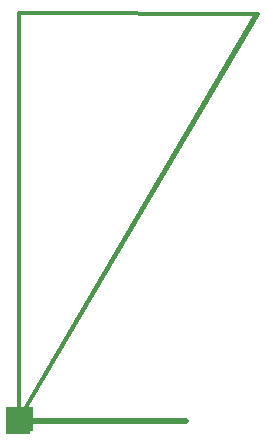
<source format=gbr>
G04 DipTrace 3.0.0.0*
G04 L298_Bottom.gbr*
%MOMM*%
G04 #@! TF.FileFunction,Copper,L2,Bot*
G04 #@! TF.Part,Single*
G04 #@! TA.AperFunction,Conductor*
%ADD14C,1.0*%
%ADD15C,0.33*%
%ADD16C,0.5*%
%ADD18R,1.5X1.3*%
%ADD19R,1.3X1.5*%
G04 #@! TA.AperFunction,ComponentPad*
%ADD20C,2.0*%
%ADD21R,2.0X2.0*%
%ADD22C,2.0*%
%ADD23R,1.6X1.8*%
%ADD24R,1.8X1.6*%
%ADD26R,0.6X2.0*%
G04 #@! TA.AperFunction,ViaPad*
%ADD27C,1.016*%
%FSLAX35Y35*%
G04*
G71*
G90*
G75*
G01*
G04 Bottom*
%LPD*%
X30860Y38300D2*
D14*
Y36640D1*
X32200Y35300D1*
Y26490D1*
X30380D1*
X33400Y38300D2*
Y38100D1*
X34000Y37500D1*
Y21410D1*
X30380D1*
X15500Y22700D2*
D16*
Y25500D1*
X22400D1*
Y27760D1*
X25300D1*
X12700Y36300D2*
X10900D1*
Y22900D1*
Y13680D1*
X12700D1*
X14700Y36400D2*
D14*
X12800D1*
D15*
X12700Y36300D1*
X15500Y22700D2*
D16*
Y22900D1*
X10900D1*
X18040Y28100D2*
D15*
Y26600D1*
X21100D1*
Y29900D1*
X22500Y31300D1*
X25300Y32840D2*
D16*
X27800D1*
Y15500D1*
X25500Y13200D1*
X26040D1*
X28580D2*
X28700D1*
Y34110D1*
X30380D1*
X17300Y32000D2*
D15*
X16700D1*
Y28170D1*
X16770Y28100D1*
X15000Y32200D2*
X17100D1*
X17300Y32000D1*
X18400Y15300D2*
X19600D1*
Y13240D1*
X19540Y13300D1*
X19310Y22700D2*
Y22200D1*
X22700D1*
Y23800D1*
X23100Y21100D2*
Y22200D1*
X22700D1*
X16200Y15300D2*
X16100D1*
Y14200D1*
X17000Y13300D1*
X15500Y28100D2*
Y30300D1*
X15000D1*
X15500D2*
Y26500D1*
X13900D1*
Y23900D1*
X16860Y38200D2*
Y36160D1*
X16800Y36100D1*
X18100Y18800D2*
Y17400D1*
X20200D1*
X27200Y38300D2*
X30500D1*
D14*
Y38200D1*
X24100D1*
X20250Y34350D1*
D15*
X20150D1*
X2042657Y3462657D1*
X2022657D1*
X19200Y33600D1*
Y32000D1*
Y31600D1*
X19310Y31490D1*
Y28100D1*
X20150Y34350D2*
D14*
X19750D1*
X19400Y34000D1*
X12940D1*
D15*
X12700Y33760D1*
Y16220D2*
D16*
X1432007D1*
X15407Y17300D1*
X20200D1*
Y17400D1*
X14700Y34500D2*
D15*
Y34200D1*
X20300D1*
Y3475313D1*
X2042657Y3462657D1*
X18040Y22700D2*
Y20700D1*
X18100D1*
X16770Y22700D2*
Y24300D1*
X21300D1*
X20800Y23800D1*
X16770Y22700D2*
Y20300D1*
X15300D1*
X19400Y38200D2*
Y36300D1*
X27200Y35500D2*
X26600D1*
D14*
X26480Y35380D1*
X25300D1*
D15*
X24780D1*
X22500Y33100D1*
Y33200D1*
X23000Y17400D2*
D14*
X23200D1*
X23400Y17600D1*
X25300D1*
X22900Y19200D2*
D15*
X23100D1*
Y17600D1*
X25300D1*
X30380Y18870D2*
D16*
X30700D1*
D14*
Y12780D1*
D16*
X31120Y13200D1*
X25300Y20140D2*
X26900D1*
Y16200D1*
X26300Y15600D1*
X23500D1*
Y13200D1*
D27*
X15300Y20300D3*
X13900Y23900D3*
D18*
X14700Y36400D3*
Y34500D3*
D19*
X32000Y26300D3*
X33900D3*
D20*
X19400Y38200D3*
X16860D3*
X17000Y13300D3*
X19540D3*
D21*
X33400Y38300D3*
D20*
X30860D3*
D21*
X12700Y36300D3*
D20*
Y33760D3*
Y31220D3*
Y28680D3*
D22*
Y21300D3*
D20*
Y18760D3*
Y16220D3*
D21*
Y13680D3*
D22*
X21000Y20200D3*
D18*
X23100Y21100D3*
Y19200D3*
X18100Y20700D3*
Y18800D3*
X18400Y17200D3*
Y15300D3*
X16200Y17200D3*
Y15300D3*
X19400Y36300D3*
Y34400D3*
X16800Y36100D3*
Y34200D3*
D19*
X20800Y23800D3*
X22700D3*
D18*
X22500Y31300D3*
Y33200D3*
D23*
X20200Y17400D3*
X23000D3*
D24*
X27200Y38300D3*
Y35500D3*
D19*
X19200Y32000D3*
X17300D3*
D18*
X15000Y32200D3*
Y30300D3*
D20*
X31120Y13200D3*
X28580D3*
X26040D3*
X23500D3*
X25300Y17600D3*
X30380Y18870D3*
X25300Y20140D3*
X30380Y21410D3*
X25300Y22680D3*
X30380Y23950D3*
X25300Y25220D3*
X30380Y26490D3*
X25300Y27760D3*
X30380Y29030D3*
X25300Y30300D3*
X30380Y31570D3*
X25300Y32840D3*
X30380Y34110D3*
X25300Y35380D3*
D26*
X15500Y22700D3*
X16770D3*
X18040D3*
X19310D3*
Y28100D3*
X18040D3*
X16770D3*
X15500D3*
M02*

</source>
